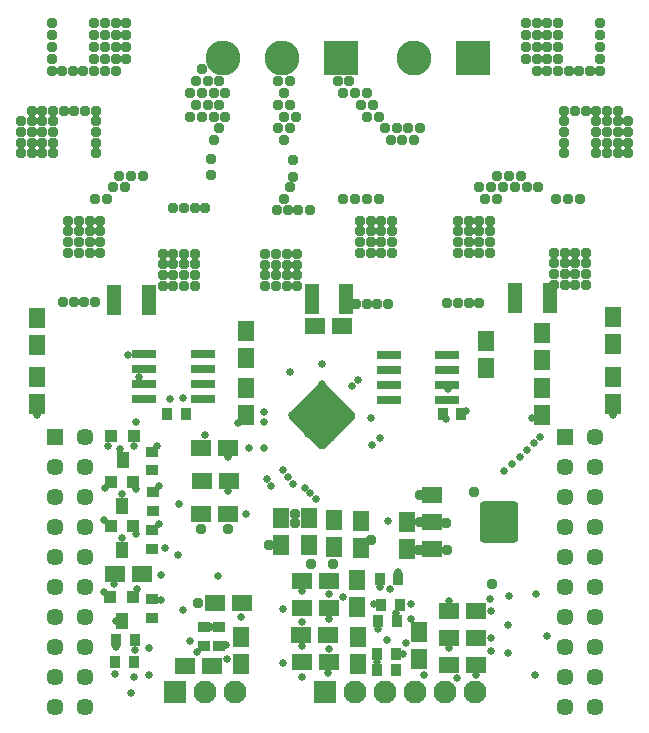
<source format=gbs>
G04 Layer_Color=16711935*
%FSLAX25Y25*%
%MOIN*%
G70*
G01*
G75*
%ADD69R,0.05800X0.06800*%
%ADD70R,0.06800X0.05800*%
%ADD85R,0.03556X0.03950*%
%ADD86R,0.11627X0.11627*%
%ADD87C,0.11627*%
%ADD88R,0.05721X0.05721*%
%ADD89C,0.05721*%
%ADD90C,0.07690*%
%ADD91R,0.07690X0.07690*%
%ADD92C,0.02769*%
%ADD93C,0.03753*%
%ADD94C,0.02572*%
%ADD95R,0.07099X0.05524*%
G04:AMPARAMS|DCode=96|XSize=137.92mil|YSize=126.11mil|CornerRadius=9.91mil|HoleSize=0mil|Usage=FLASHONLY|Rotation=90.000|XOffset=0mil|YOffset=0mil|HoleType=Round|Shape=RoundedRectangle|*
%AMROUNDEDRECTD96*
21,1,0.13792,0.10630,0,0,90.0*
21,1,0.11811,0.12611,0,0,90.0*
1,1,0.01981,0.05315,0.05906*
1,1,0.01981,0.05315,-0.05906*
1,1,0.01981,-0.05315,-0.05906*
1,1,0.01981,-0.05315,0.05906*
%
%ADD96ROUNDEDRECTD96*%
%ADD97R,0.04400X0.04400*%
%ADD98R,0.04400X0.05800*%
%ADD99R,0.04540X0.10446*%
%ADD100R,0.03950X0.03556*%
%ADD101R,0.07887X0.03162*%
G04:AMPARAMS|DCode=102|XSize=165.48mil|YSize=165.48mil|CornerRadius=11.87mil|HoleSize=0mil|Usage=FLASHONLY|Rotation=225.000|XOffset=0mil|YOffset=0mil|HoleType=Round|Shape=RoundedRectangle|*
%AMROUNDEDRECTD102*
21,1,0.16548,0.14173,0,0,225.0*
21,1,0.14173,0.16548,0,0,225.0*
1,1,0.02375,-0.10022,0.00000*
1,1,0.02375,0.00000,0.10022*
1,1,0.02375,0.10022,0.00000*
1,1,0.02375,0.00000,-0.10022*
%
%ADD102ROUNDEDRECTD102*%
D69*
X126358Y30881D02*
D03*
Y21881D02*
D03*
X105905Y29472D02*
D03*
X105905Y20472D02*
D03*
X105610Y48469D02*
D03*
X105610Y39469D02*
D03*
X122343Y58716D02*
D03*
X122343Y67716D02*
D03*
X97905Y59220D02*
D03*
Y68220D02*
D03*
X106862Y68122D02*
D03*
X106862Y59122D02*
D03*
X167200Y112200D02*
D03*
Y103200D02*
D03*
X190975Y116113D02*
D03*
Y107113D02*
D03*
X191073Y136050D02*
D03*
X191073Y127050D02*
D03*
X167300Y130700D02*
D03*
X167300Y121700D02*
D03*
X148800Y127900D02*
D03*
X148800Y118900D02*
D03*
X67000Y20200D02*
D03*
Y29200D02*
D03*
X68566Y131316D02*
D03*
Y122316D02*
D03*
X68665Y112363D02*
D03*
Y103363D02*
D03*
X-935Y135749D02*
D03*
Y126749D02*
D03*
X-917Y116097D02*
D03*
Y107097D02*
D03*
X80287Y59964D02*
D03*
X80287Y68964D02*
D03*
X89724Y59898D02*
D03*
X89724Y68898D02*
D03*
D70*
X136319Y19980D02*
D03*
X145319Y19980D02*
D03*
X136319Y28937D02*
D03*
X145319Y28937D02*
D03*
X136319Y38091D02*
D03*
X145319Y38091D02*
D03*
X96205Y48031D02*
D03*
X87205Y48031D02*
D03*
X96358Y20881D02*
D03*
X87358Y20881D02*
D03*
X96106Y29823D02*
D03*
X87106Y29823D02*
D03*
X96303Y38878D02*
D03*
X87303D02*
D03*
X100800Y132900D02*
D03*
X91800D02*
D03*
X67495Y40764D02*
D03*
X58495Y40764D02*
D03*
X57400Y19700D02*
D03*
X48400D02*
D03*
X24957Y50197D02*
D03*
X33957Y50197D02*
D03*
X53838Y81299D02*
D03*
X62839Y81299D02*
D03*
X53740Y92224D02*
D03*
X62740D02*
D03*
X62642Y70276D02*
D03*
X53642Y70276D02*
D03*
D85*
X119095Y34547D02*
D03*
X112795Y34547D02*
D03*
X112205Y23524D02*
D03*
X118504D02*
D03*
X112205Y18209D02*
D03*
X118504D02*
D03*
X120079Y39862D02*
D03*
X113779D02*
D03*
X119488Y48524D02*
D03*
X113189D02*
D03*
X140500Y103500D02*
D03*
X134201Y103500D02*
D03*
X31399Y21000D02*
D03*
X25100D02*
D03*
X31594Y28445D02*
D03*
X25295D02*
D03*
X48750Y103600D02*
D03*
X42450Y103600D02*
D03*
D86*
X100394Y222342D02*
D03*
X144488Y222441D02*
D03*
D87*
X80709Y222342D02*
D03*
X61024D02*
D03*
X124803Y222441D02*
D03*
D88*
X4900Y96000D02*
D03*
X174900D02*
D03*
D89*
X4900Y86000D02*
D03*
Y76000D02*
D03*
Y66000D02*
D03*
Y56000D02*
D03*
Y46000D02*
D03*
Y36000D02*
D03*
Y26000D02*
D03*
Y16000D02*
D03*
Y6000D02*
D03*
X14900Y96000D02*
D03*
Y86000D02*
D03*
Y76000D02*
D03*
Y66000D02*
D03*
Y56000D02*
D03*
Y46000D02*
D03*
Y36000D02*
D03*
Y26000D02*
D03*
Y16000D02*
D03*
Y6000D02*
D03*
X174900Y86000D02*
D03*
Y76000D02*
D03*
Y66000D02*
D03*
Y56000D02*
D03*
Y46000D02*
D03*
Y36000D02*
D03*
Y26000D02*
D03*
Y16000D02*
D03*
Y6000D02*
D03*
X184900Y96000D02*
D03*
Y86000D02*
D03*
Y76000D02*
D03*
Y66000D02*
D03*
Y56000D02*
D03*
Y46000D02*
D03*
Y36000D02*
D03*
Y26000D02*
D03*
Y16000D02*
D03*
Y6000D02*
D03*
D90*
X144900Y11000D02*
D03*
X134900D02*
D03*
X124900D02*
D03*
X114900Y11000D02*
D03*
X104900Y11000D02*
D03*
X64900D02*
D03*
X54900D02*
D03*
D91*
X94900D02*
D03*
X44900D02*
D03*
D92*
X96123Y102869D02*
D03*
X98350Y100642D02*
D03*
X100577Y102869D02*
D03*
X96123Y98415D02*
D03*
X93896Y96188D02*
D03*
X98350Y105096D02*
D03*
X93896Y100642D02*
D03*
X91669Y98415D02*
D03*
X96123Y107323D02*
D03*
X93896Y105096D02*
D03*
X91669Y102869D02*
D03*
X89442Y100642D02*
D03*
X93896Y109550D02*
D03*
X91669Y107323D02*
D03*
X89442Y105096D02*
D03*
X87215Y102869D02*
D03*
D93*
X157500Y65900D02*
D03*
Y69200D02*
D03*
Y72600D02*
D03*
X52559Y40748D02*
D03*
X75100Y157000D02*
D03*
X78643D02*
D03*
X82187D02*
D03*
X85730D02*
D03*
X75100Y153457D02*
D03*
X78643D02*
D03*
X82187D02*
D03*
X85730D02*
D03*
X75100Y149913D02*
D03*
X78643D02*
D03*
X82187D02*
D03*
X85730D02*
D03*
Y146370D02*
D03*
X82187D02*
D03*
X78643D02*
D03*
X75100D02*
D03*
X56900Y183200D02*
D03*
Y188800D02*
D03*
X171400Y157430D02*
D03*
X174943D02*
D03*
X178487D02*
D03*
X182030D02*
D03*
X171400Y153887D02*
D03*
X174943D02*
D03*
X178487D02*
D03*
X182030D02*
D03*
X171400Y150343D02*
D03*
X174943D02*
D03*
X178487D02*
D03*
X182030D02*
D03*
Y146800D02*
D03*
X178487D02*
D03*
X174943D02*
D03*
X171400D02*
D03*
X44457Y172300D02*
D03*
X48000D02*
D03*
X51543D02*
D03*
X55087D02*
D03*
X84400Y182800D02*
D03*
Y188400D02*
D03*
X21600Y218000D02*
D03*
X25300Y218100D02*
D03*
X28787Y222000D02*
D03*
X25243D02*
D03*
X21700D02*
D03*
X28787Y226000D02*
D03*
X25243D02*
D03*
X21700D02*
D03*
X28787Y230000D02*
D03*
X25243D02*
D03*
X21700D02*
D03*
X28787Y234000D02*
D03*
X25243D02*
D03*
X21700D02*
D03*
X7443Y218100D02*
D03*
X3900D02*
D03*
X18000Y218000D02*
D03*
X14457D02*
D03*
X10913D02*
D03*
X3843Y222000D02*
D03*
Y226000D02*
D03*
Y230000D02*
D03*
Y234000D02*
D03*
X18013Y221900D02*
D03*
Y226000D02*
D03*
Y230000D02*
D03*
Y234000D02*
D03*
X186800D02*
D03*
Y230000D02*
D03*
Y226000D02*
D03*
Y221900D02*
D03*
X162000Y234000D02*
D03*
X165543D02*
D03*
X169087D02*
D03*
X172630D02*
D03*
X162000Y230000D02*
D03*
X165543D02*
D03*
X169087D02*
D03*
X172630D02*
D03*
X162000Y226000D02*
D03*
X165543D02*
D03*
X169087D02*
D03*
X172630D02*
D03*
X162000Y222000D02*
D03*
X165543D02*
D03*
X169087D02*
D03*
X172630D02*
D03*
X179700Y218000D02*
D03*
X183243D02*
D03*
X186787D02*
D03*
X165600Y218100D02*
D03*
X169143D02*
D03*
X172687D02*
D03*
X176230D02*
D03*
X157500Y62500D02*
D03*
X97523Y53689D02*
D03*
X135800Y140700D02*
D03*
X139343D02*
D03*
X142887D02*
D03*
X146430D02*
D03*
X105300Y140300D02*
D03*
X108843D02*
D03*
X112387D02*
D03*
X115930D02*
D03*
X7700Y141000D02*
D03*
X11243D02*
D03*
X14787D02*
D03*
X18330D02*
D03*
X139370Y157480D02*
D03*
X142913D02*
D03*
X146457D02*
D03*
X150000D02*
D03*
Y161024D02*
D03*
X146457D02*
D03*
X142913D02*
D03*
X139370D02*
D03*
X150000Y164567D02*
D03*
X146457D02*
D03*
X142913D02*
D03*
X139370D02*
D03*
X150000Y168110D02*
D03*
X146457D02*
D03*
X142913D02*
D03*
X139370D02*
D03*
X106693Y157480D02*
D03*
X110236D02*
D03*
X113779D02*
D03*
X117323D02*
D03*
Y161024D02*
D03*
X113779D02*
D03*
X110236D02*
D03*
X106693D02*
D03*
X117323Y164567D02*
D03*
X113779D02*
D03*
X110236D02*
D03*
X106693D02*
D03*
X117323Y168110D02*
D03*
X113779D02*
D03*
X110236D02*
D03*
X106693D02*
D03*
X40945Y146457D02*
D03*
X44488D02*
D03*
X48031D02*
D03*
X51575D02*
D03*
Y150000D02*
D03*
X48031D02*
D03*
X44488D02*
D03*
X40945D02*
D03*
X51575Y153543D02*
D03*
X48031D02*
D03*
X44488D02*
D03*
X40945D02*
D03*
X51575Y157087D02*
D03*
X48031D02*
D03*
X44488D02*
D03*
X40945D02*
D03*
X9449Y157480D02*
D03*
X12992D02*
D03*
X16535D02*
D03*
X20079D02*
D03*
Y161024D02*
D03*
X16535D02*
D03*
X12992D02*
D03*
X9449D02*
D03*
X20079Y164567D02*
D03*
X12992D02*
D03*
X9449D02*
D03*
X20079Y168110D02*
D03*
X12992D02*
D03*
X9449D02*
D03*
X174803Y201181D02*
D03*
Y197638D02*
D03*
Y194095D02*
D03*
Y190551D02*
D03*
X181890Y204724D02*
D03*
X178347D02*
D03*
X174803D02*
D03*
X185433Y201181D02*
D03*
X188976D02*
D03*
X192520D02*
D03*
X196063D02*
D03*
X185433Y204724D02*
D03*
X188976D02*
D03*
X192520D02*
D03*
X185433Y190551D02*
D03*
X188976D02*
D03*
X192520D02*
D03*
X196063D02*
D03*
X185433Y194095D02*
D03*
X188976D02*
D03*
X192520D02*
D03*
X196063D02*
D03*
X185433Y197638D02*
D03*
X188976D02*
D03*
X192520D02*
D03*
X196063D02*
D03*
X18504Y190551D02*
D03*
Y194095D02*
D03*
Y197638D02*
D03*
Y201181D02*
D03*
X11417Y204724D02*
D03*
X14961D02*
D03*
X18504D02*
D03*
X-2756D02*
D03*
X787D02*
D03*
X4331D02*
D03*
X7874D02*
D03*
X-6299Y201181D02*
D03*
X-2756D02*
D03*
X787D02*
D03*
X4331D02*
D03*
X-6299Y197638D02*
D03*
X-2756D02*
D03*
X787D02*
D03*
X4331D02*
D03*
X-6299Y194095D02*
D03*
X-2756D02*
D03*
X787D02*
D03*
X4331D02*
D03*
Y190551D02*
D03*
X787D02*
D03*
X-2756D02*
D03*
X-6299D02*
D03*
X144657Y77681D02*
D03*
X126799Y76650D02*
D03*
X90354Y53642D02*
D03*
X62795Y65453D02*
D03*
X53642D02*
D03*
X84842Y67323D02*
D03*
X84842Y70473D02*
D03*
X135236Y67224D02*
D03*
X126417Y58465D02*
D03*
X126516Y67618D02*
D03*
X150591Y46949D02*
D03*
X76476Y59941D02*
D03*
X110335Y61516D02*
D03*
X135728Y58169D02*
D03*
X16535Y164567D02*
D03*
Y168110D02*
D03*
X79000Y171500D02*
D03*
X82543D02*
D03*
X86087D02*
D03*
X148390Y175252D02*
D03*
X146422Y179190D02*
D03*
X152327Y175252D02*
D03*
X150359Y179190D02*
D03*
X152327Y183126D02*
D03*
X154296Y179190D02*
D03*
X156264Y183126D02*
D03*
X158233Y179190D02*
D03*
X160201Y183126D02*
D03*
X162170Y179190D02*
D03*
X166107D02*
D03*
X172012Y175252D02*
D03*
X175949D02*
D03*
X179886D02*
D03*
X101146Y210686D02*
D03*
X99177Y214623D02*
D03*
X105083Y210686D02*
D03*
X103114Y214623D02*
D03*
X109020Y202812D02*
D03*
X107052Y206749D02*
D03*
X109020Y210686D02*
D03*
X112957Y202812D02*
D03*
X110988Y206749D02*
D03*
X116894Y194938D02*
D03*
X114926Y198875D02*
D03*
X120831Y194938D02*
D03*
X118862Y198875D02*
D03*
X124768Y194938D02*
D03*
X122800Y198875D02*
D03*
X126737D02*
D03*
X49965Y202812D02*
D03*
Y210686D02*
D03*
X53902Y202812D02*
D03*
X51933Y206749D02*
D03*
X53902Y210686D02*
D03*
X51933Y214623D02*
D03*
X53902Y218560D02*
D03*
X57839Y194938D02*
D03*
Y202812D02*
D03*
X55870Y206749D02*
D03*
X57839Y210686D02*
D03*
X55870Y214623D02*
D03*
X59807Y198875D02*
D03*
X61776Y202812D02*
D03*
X59807Y206749D02*
D03*
X61776Y210686D02*
D03*
X59807Y214623D02*
D03*
X81461Y194938D02*
D03*
X79492Y198875D02*
D03*
X81461Y202812D02*
D03*
X79492Y206749D02*
D03*
X81461Y210686D02*
D03*
X79492Y214623D02*
D03*
X83429Y198875D02*
D03*
X85398Y202812D02*
D03*
X83429Y206749D02*
D03*
Y214623D02*
D03*
X18469Y175252D02*
D03*
X22406D02*
D03*
X24374Y179190D02*
D03*
X26343Y183126D02*
D03*
X28311Y179190D02*
D03*
X30280Y183126D02*
D03*
X34217D02*
D03*
X81461Y175252D02*
D03*
X83429Y179190D02*
D03*
X101146Y175252D02*
D03*
X105083D02*
D03*
X109020D02*
D03*
X112957D02*
D03*
X90000Y171500D02*
D03*
D94*
X136000Y112000D02*
D03*
X190888Y103345D02*
D03*
X32000Y101000D02*
D03*
X65939Y100638D02*
D03*
X96358Y43489D02*
D03*
X105928Y114880D02*
D03*
X104048Y113000D02*
D03*
X135401Y102000D02*
D03*
X142000Y104700D02*
D03*
X164032Y102287D02*
D03*
X40179Y41784D02*
D03*
X39540Y66900D02*
D03*
X39640Y79500D02*
D03*
X39000Y93000D02*
D03*
X21534Y78834D02*
D03*
X21434Y68166D02*
D03*
Y44366D02*
D03*
X-1004Y103328D02*
D03*
X47600Y108900D02*
D03*
X43500Y108700D02*
D03*
X110700Y93200D02*
D03*
X113500Y95700D02*
D03*
X31200Y93000D02*
D03*
X26600Y92000D02*
D03*
X29429Y123425D02*
D03*
X59500Y49500D02*
D03*
X121161Y23524D02*
D03*
X111221Y40354D02*
D03*
X118799Y37402D02*
D03*
X32283Y45374D02*
D03*
X31594Y24902D02*
D03*
X31398Y15945D02*
D03*
X31988Y78740D02*
D03*
X31890Y63779D02*
D03*
X67028Y35827D02*
D03*
X123819Y40354D02*
D03*
Y35335D02*
D03*
X62598Y77854D02*
D03*
X74508Y92421D02*
D03*
X74705Y104232D02*
D03*
X77067Y79626D02*
D03*
X69784Y92323D02*
D03*
X75590Y81988D02*
D03*
X54921Y96752D02*
D03*
X83268Y117717D02*
D03*
X74705Y100984D02*
D03*
X62697Y89173D02*
D03*
X68799Y70276D02*
D03*
X33071Y116043D02*
D03*
X93898Y113779D02*
D03*
X94095Y120276D02*
D03*
X83850Y103171D02*
D03*
X96982Y95607D02*
D03*
X89370Y97047D02*
D03*
X47835Y38484D02*
D03*
X24803Y46850D02*
D03*
X30413Y10728D02*
D03*
X84449Y80413D02*
D03*
X82579Y82579D02*
D03*
X81004Y84941D02*
D03*
X90158Y77165D02*
D03*
X92028Y75197D02*
D03*
X88386Y79134D02*
D03*
X138878Y15536D02*
D03*
X46030Y56529D02*
D03*
X22539Y93110D02*
D03*
X46358Y73721D02*
D03*
X41634Y59055D02*
D03*
X36417Y16732D02*
D03*
X36319Y25787D02*
D03*
X40256Y50098D02*
D03*
X110335Y102165D02*
D03*
X115847Y68110D02*
D03*
X162402Y91634D02*
D03*
X160039Y89370D02*
D03*
X157382Y87106D02*
D03*
X154724Y84547D02*
D03*
X164665Y93898D02*
D03*
X166732Y96000D02*
D03*
X100912Y42789D02*
D03*
X57087Y32776D02*
D03*
X62402Y21949D02*
D03*
X164961Y16535D02*
D03*
X165256Y43799D02*
D03*
X115650Y28445D02*
D03*
X96358Y25477D02*
D03*
X87303Y26476D02*
D03*
X87205Y44488D02*
D03*
X150197Y29035D02*
D03*
X150197Y37992D02*
D03*
X150230Y24672D02*
D03*
X150098Y42028D02*
D03*
X119488Y50886D02*
D03*
X87402Y16043D02*
D03*
X81102Y20768D02*
D03*
X81004Y38780D02*
D03*
X122146Y27165D02*
D03*
X113189Y46063D02*
D03*
X112795Y32087D02*
D03*
X112205Y20965D02*
D03*
X116634Y45472D02*
D03*
X156244Y42913D02*
D03*
X52362Y24311D02*
D03*
X155850Y33366D02*
D03*
X136221Y41437D02*
D03*
X155905Y24114D02*
D03*
X96457Y35335D02*
D03*
X136417Y25591D02*
D03*
X145374Y16634D02*
D03*
X96161Y17323D02*
D03*
X25197Y34744D02*
D03*
X27264Y62402D02*
D03*
X27362Y76968D02*
D03*
X25197Y25886D02*
D03*
X25000Y16929D02*
D03*
X62106Y26673D02*
D03*
X50000Y28150D02*
D03*
X127854Y16732D02*
D03*
X168898Y29724D02*
D03*
X87402Y34350D02*
D03*
D95*
X130610Y76673D02*
D03*
X130610Y67618D02*
D03*
X130610Y58563D02*
D03*
D96*
X153051Y67618D02*
D03*
D97*
X30964Y42547D02*
D03*
X23464Y42547D02*
D03*
X31024Y66339D02*
D03*
X23524D02*
D03*
X31062Y80933D02*
D03*
X23562D02*
D03*
X31220Y96457D02*
D03*
X23720D02*
D03*
D98*
X27264Y34547D02*
D03*
X27324Y58339D02*
D03*
X27362Y72933D02*
D03*
X27520Y88457D02*
D03*
D99*
X90583Y142100D02*
D03*
X102000D02*
D03*
X169900Y142400D02*
D03*
X158483D02*
D03*
X36209Y141700D02*
D03*
X24791D02*
D03*
D100*
X59646Y32776D02*
D03*
Y26476D02*
D03*
X54528Y32776D02*
D03*
Y26476D02*
D03*
X37598Y77559D02*
D03*
X37598Y71260D02*
D03*
X37402Y64862D02*
D03*
Y58563D02*
D03*
X37402Y42028D02*
D03*
Y35728D02*
D03*
X37402Y91142D02*
D03*
Y84842D02*
D03*
D101*
X116240Y108445D02*
D03*
Y113445D02*
D03*
Y118445D02*
D03*
Y123445D02*
D03*
X135728Y108445D02*
D03*
Y113445D02*
D03*
Y118445D02*
D03*
Y123445D02*
D03*
X34744Y123543D02*
D03*
X54232D02*
D03*
X34744Y108543D02*
D03*
Y113543D02*
D03*
Y118543D02*
D03*
X54232Y108543D02*
D03*
Y113543D02*
D03*
Y118543D02*
D03*
D102*
X93896Y102869D02*
D03*
M02*

</source>
